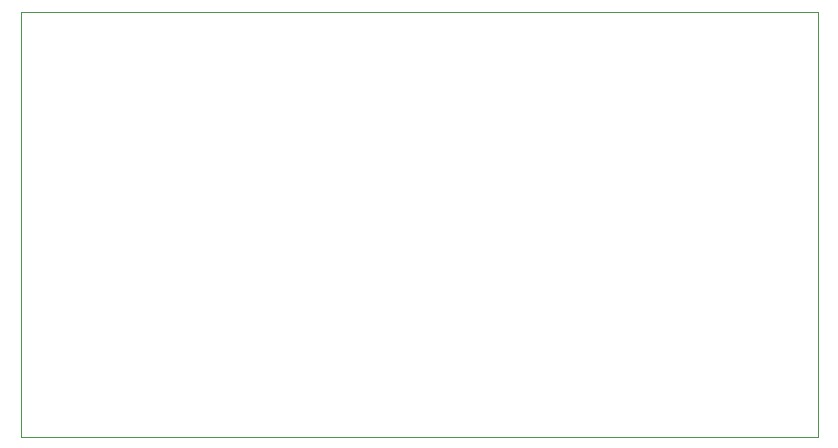
<source format=gm1>
G04 #@! TF.GenerationSoftware,KiCad,Pcbnew,7.0.8*
G04 #@! TF.CreationDate,2023-11-10T17:37:59-07:00*
G04 #@! TF.ProjectId,longmon-hatt,6c6f6e67-6d6f-46e2-9d68-6174742e6b69,rev?*
G04 #@! TF.SameCoordinates,Original*
G04 #@! TF.FileFunction,Profile,NP*
%FSLAX46Y46*%
G04 Gerber Fmt 4.6, Leading zero omitted, Abs format (unit mm)*
G04 Created by KiCad (PCBNEW 7.0.8) date 2023-11-10 17:37:59*
%MOMM*%
%LPD*%
G01*
G04 APERTURE LIST*
G04 #@! TA.AperFunction,Profile*
%ADD10C,0.100000*%
G04 #@! TD*
G04 APERTURE END LIST*
D10*
X128500000Y-79000000D02*
X196000000Y-79000000D01*
X196000000Y-115000000D01*
X128500000Y-115000000D01*
X128500000Y-79000000D01*
M02*

</source>
